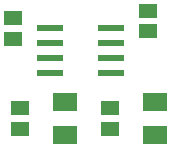
<source format=gtp>
G75*
G70*
%OFA0B0*%
%FSLAX24Y24*%
%IPPOS*%
%LPD*%
%AMOC8*
5,1,8,0,0,1.08239X$1,22.5*
%
%ADD10R,0.0866X0.0236*%
%ADD11R,0.0787X0.0630*%
%ADD12R,0.0591X0.0512*%
D10*
X002158Y004601D03*
X002158Y005101D03*
X002158Y005601D03*
X002158Y006101D03*
X004205Y006101D03*
X004205Y005601D03*
X004205Y005101D03*
X004205Y004601D03*
D11*
X005681Y003652D03*
X005681Y002550D03*
X002681Y002550D03*
X002681Y003652D03*
D12*
X001181Y002766D03*
X001181Y003435D03*
X000931Y005766D03*
X000931Y006435D03*
X004181Y003435D03*
X004181Y002766D03*
X005431Y006016D03*
X005431Y006685D03*
M02*

</source>
